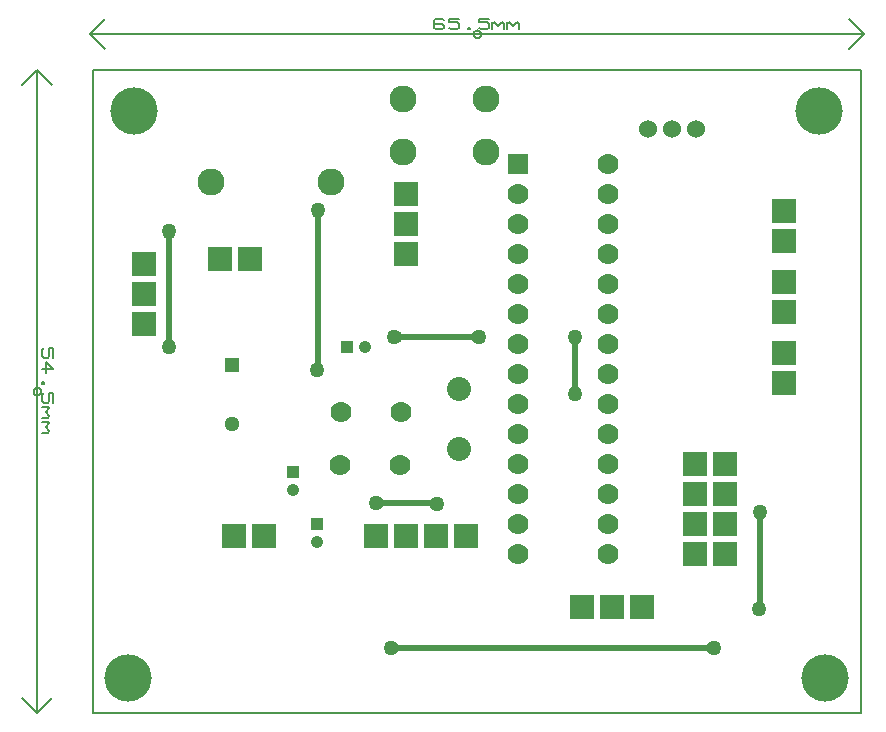
<source format=gbr>
G04 PROTEUS RS274X GERBER FILE*
%FSLAX45Y45*%
%MOMM*%
G01*
%ADD10C,0.508000*%
%ADD11C,1.270000*%
%ADD12R,2.032000X2.032000*%
%ADD13R,1.280000X1.280000*%
%ADD14C,0.254000*%
%ADD15C,1.280000*%
%ADD16R,1.050000X1.050000*%
%ADD17C,1.050000*%
%ADD18C,2.286000*%
%ADD19R,1.778000X1.778000*%
%ADD70C,1.778000*%
%ADD71C,2.032000*%
%ADD20C,1.524000*%
%ADD21C,4.000000*%
%ADD22C,0.203200*%
G36*
X+2467244Y+1828775D02*
X+2495819Y+1803575D01*
X+2518044Y+1828775D01*
X+2495819Y+1853975D01*
X+2467244Y+1828775D01*
G37*
G36*
X+2983438Y+1824678D02*
X+2956989Y+1852101D01*
X+2932804Y+1828775D01*
X+2952924Y+1801864D01*
X+2983438Y+1824678D01*
G37*
G36*
X+5715247Y+1758784D02*
X+5690047Y+1730209D01*
X+5715247Y+1707984D01*
X+5740447Y+1730209D01*
X+5715247Y+1758784D01*
G37*
G36*
X+5713416Y+932873D02*
X+5739630Y+960521D01*
X+5715247Y+983639D01*
X+5689262Y+962337D01*
X+5713416Y+932873D01*
G37*
G36*
X+4151154Y+2751649D02*
X+4176354Y+2780224D01*
X+4151154Y+2802449D01*
X+4125954Y+2780224D01*
X+4151154Y+2751649D01*
G37*
G36*
X+4149318Y+3238344D02*
X+4125167Y+3208877D01*
X+4151154Y+3187578D01*
X+4175535Y+3210699D01*
X+4149318Y+3238344D01*
G37*
G36*
X+3339895Y+3238553D02*
X+3311320Y+3263753D01*
X+3289095Y+3238553D01*
X+3311320Y+3213353D01*
X+3339895Y+3238553D01*
G37*
G36*
X+2622764Y+3238553D02*
X+2651339Y+3213353D01*
X+2673564Y+3238553D01*
X+2651339Y+3263753D01*
X+2622764Y+3238553D01*
G37*
G36*
X+1972338Y+4309630D02*
X+1947138Y+4281055D01*
X+1972338Y+4258830D01*
X+1997538Y+4281055D01*
X+1972338Y+4309630D01*
G37*
G36*
X+1968104Y+2954964D02*
X+1995598Y+2981339D01*
X+1972338Y+3005587D01*
X+1945373Y+2985539D01*
X+1968104Y+2954964D01*
G37*
G36*
X+2595513Y+605062D02*
X+2624088Y+579862D01*
X+2646313Y+605062D01*
X+2624088Y+630262D01*
X+2595513Y+605062D01*
G37*
G36*
X+5330246Y+605062D02*
X+5301671Y+630262D01*
X+5279446Y+605062D01*
X+5301671Y+579862D01*
X+5330246Y+605062D01*
G37*
G36*
X+716646Y+3149198D02*
X+741846Y+3177773D01*
X+716646Y+3199998D01*
X+691446Y+3177773D01*
X+716646Y+3149198D01*
G37*
G36*
X+716646Y+4131331D02*
X+691446Y+4102756D01*
X+716646Y+4080531D01*
X+741846Y+4102756D01*
X+716646Y+4131331D01*
G37*
D10*
X+2467244Y+1828775D02*
X+2979341Y+1828775D01*
X+2983438Y+1824678D01*
X+5715247Y+1758784D02*
X+5715247Y+934704D01*
X+5713416Y+932873D01*
X+4151154Y+2751649D02*
X+4151154Y+3236508D01*
X+4149318Y+3238344D01*
X+3339895Y+3238553D02*
X+2622764Y+3238553D01*
X+1972338Y+4309630D02*
X+1972338Y+2959198D01*
X+1968104Y+2954964D01*
X+2595513Y+605062D02*
X+5330246Y+605062D01*
X+716646Y+3149198D02*
X+716646Y+4131331D01*
X+2467244Y+1828775D02*
X+2495819Y+1803575D01*
X+2518044Y+1828775D01*
X+2495819Y+1853975D01*
X+2467244Y+1828775D01*
X+2983438Y+1824678D02*
X+2956989Y+1852101D01*
X+2932804Y+1828775D01*
X+2952924Y+1801864D01*
X+2983438Y+1824678D01*
X+5715247Y+1758784D02*
X+5690047Y+1730209D01*
X+5715247Y+1707984D01*
X+5740447Y+1730209D01*
X+5715247Y+1758784D01*
X+5713416Y+932873D02*
X+5739630Y+960521D01*
X+5715247Y+983639D01*
X+5689262Y+962337D01*
X+5713416Y+932873D01*
X+4151154Y+2751649D02*
X+4176354Y+2780224D01*
X+4151154Y+2802449D01*
X+4125954Y+2780224D01*
X+4151154Y+2751649D01*
X+4149318Y+3238344D02*
X+4125167Y+3208877D01*
X+4151154Y+3187578D01*
X+4175535Y+3210699D01*
X+4149318Y+3238344D01*
X+3339895Y+3238553D02*
X+3311320Y+3263753D01*
X+3289095Y+3238553D01*
X+3311320Y+3213353D01*
X+3339895Y+3238553D01*
X+2622764Y+3238553D02*
X+2651339Y+3213353D01*
X+2673564Y+3238553D01*
X+2651339Y+3263753D01*
X+2622764Y+3238553D01*
X+1972338Y+4309630D02*
X+1947138Y+4281055D01*
X+1972338Y+4258830D01*
X+1997538Y+4281055D01*
X+1972338Y+4309630D01*
X+1968104Y+2954964D02*
X+1995598Y+2981339D01*
X+1972338Y+3005587D01*
X+1945373Y+2985539D01*
X+1968104Y+2954964D01*
X+2595513Y+605062D02*
X+2624088Y+579862D01*
X+2646313Y+605062D01*
X+2624088Y+630262D01*
X+2595513Y+605062D01*
X+5330246Y+605062D02*
X+5301671Y+630262D01*
X+5279446Y+605062D01*
X+5301671Y+579862D01*
X+5330246Y+605062D01*
X+716646Y+3149198D02*
X+741846Y+3177773D01*
X+716646Y+3199998D01*
X+691446Y+3177773D01*
X+716646Y+3149198D01*
X+716646Y+4131331D02*
X+691446Y+4102756D01*
X+716646Y+4080531D01*
X+741846Y+4102756D01*
X+716646Y+4131331D01*
D11*
X+2467244Y+1828775D03*
X+2983438Y+1824678D03*
X+5715247Y+1758784D03*
X+5713416Y+932873D03*
X+4151154Y+2751649D03*
X+4149318Y+3238344D03*
X+3339895Y+3238553D03*
X+2622764Y+3238553D03*
X+1972338Y+4309630D03*
X+1968104Y+2954964D03*
X+2595513Y+605062D03*
X+5330246Y+605062D03*
X+716646Y+3149198D03*
X+716646Y+4131331D03*
D12*
X+500569Y+3346000D03*
X+500569Y+3600000D03*
X+500569Y+3854000D03*
D13*
X+1250569Y+3000000D03*
D14*
X+1250569Y+3000000D03*
D15*
X+1250569Y+2500000D03*
D16*
X+1765569Y+2095000D03*
D14*
X+1765569Y+2095000D03*
D17*
X+1765569Y+1945000D03*
D18*
X+2086569Y+4550000D03*
X+1070569Y+4550000D03*
D12*
X+1266569Y+1550000D03*
X+1520569Y+1550000D03*
X+1150569Y+3900000D03*
X+1404569Y+3900000D03*
D16*
X+2225569Y+3150000D03*
D14*
X+2225569Y+3150000D03*
D17*
X+2375569Y+3150000D03*
D16*
X+1970569Y+1650000D03*
D14*
X+1970569Y+1650000D03*
D17*
X+1970569Y+1500000D03*
D19*
X+3670569Y+4700000D03*
D70*
X+3670569Y+4446000D03*
X+3670569Y+4192000D03*
X+3670569Y+3938000D03*
X+3670569Y+3684000D03*
X+3670569Y+3430000D03*
X+3670569Y+3176000D03*
X+3670569Y+2922000D03*
X+3670569Y+2668000D03*
X+3670569Y+2414000D03*
X+3670569Y+2160000D03*
X+3670569Y+1906000D03*
X+3670569Y+1652000D03*
X+3670569Y+1398000D03*
X+4432569Y+1398000D03*
X+4432569Y+1652000D03*
X+4432569Y+1906000D03*
X+4432569Y+2160000D03*
X+4432569Y+2414000D03*
X+4432569Y+2668000D03*
X+4432569Y+2922000D03*
X+4432569Y+3176000D03*
X+4432569Y+3430000D03*
X+4432569Y+3684000D03*
X+4432569Y+3938000D03*
X+4432569Y+4192000D03*
X+4432569Y+4446000D03*
X+4432569Y+4698000D03*
D71*
X+3170569Y+2800000D03*
X+3170569Y+2292000D03*
D70*
X+2678569Y+2600000D03*
X+2170569Y+2600000D03*
X+2670569Y+2150000D03*
X+2162569Y+2150000D03*
D20*
X+4767369Y+5000000D03*
X+4970569Y+5000000D03*
X+5173769Y+5000000D03*
D12*
X+5920569Y+3100000D03*
X+5920569Y+2846000D03*
X+5920569Y+3700000D03*
X+5920569Y+3446000D03*
X+5920569Y+4300000D03*
X+5920569Y+4046000D03*
X+5420569Y+1400000D03*
X+5420569Y+1654000D03*
X+5420569Y+1908000D03*
X+5420569Y+2162000D03*
X+5166569Y+2162000D03*
X+5166569Y+1908000D03*
X+5166569Y+1654000D03*
X+5166569Y+1400000D03*
X+2720569Y+4450000D03*
X+2720569Y+4196000D03*
X+2720569Y+3942000D03*
X+3232569Y+1550000D03*
X+2978569Y+1550000D03*
X+2724569Y+1550000D03*
X+2470569Y+1550000D03*
X+4720569Y+950000D03*
X+4466569Y+950000D03*
X+4212569Y+950000D03*
D21*
X+420569Y+5150000D03*
X+6220569Y+5150000D03*
X+6270569Y+350000D03*
X+370569Y+350000D03*
D18*
X+2700000Y+5250000D03*
X+3400000Y+5250000D03*
X+2700000Y+4800000D03*
X+3400000Y+4800000D03*
D22*
X+70569Y+50000D02*
X+6570569Y+50000D01*
X+6570569Y+5500000D01*
X+70569Y+5500000D01*
X+70569Y+50000D01*
X+50000Y+5800000D02*
X+6600000Y+5800000D01*
X+50000Y+5800000D02*
X+177000Y+5673000D01*
X+50000Y+5800000D02*
X+177000Y+5927000D01*
X+6600000Y+5800000D02*
X+6473000Y+5927000D01*
X+6600000Y+5800000D02*
X+6473000Y+5673000D01*
X+3356750Y+5800000D02*
X+3356641Y+5802634D01*
X+3355751Y+5807903D01*
X+3353889Y+5813172D01*
X+3350846Y+5818441D01*
X+3346191Y+5823643D01*
X+3340922Y+5827469D01*
X+3335653Y+5829909D01*
X+3330384Y+5831290D01*
X+3325115Y+5831750D01*
X+3325000Y+5831750D01*
X+3293250Y+5800000D02*
X+3293359Y+5802634D01*
X+3294249Y+5807903D01*
X+3296111Y+5813172D01*
X+3299154Y+5818441D01*
X+3303809Y+5823643D01*
X+3309078Y+5827469D01*
X+3314347Y+5829909D01*
X+3319616Y+5831290D01*
X+3324885Y+5831750D01*
X+3325000Y+5831750D01*
X+3293250Y+5800000D02*
X+3293359Y+5797366D01*
X+3294249Y+5792097D01*
X+3296111Y+5786828D01*
X+3299154Y+5781559D01*
X+3303809Y+5776357D01*
X+3309078Y+5772531D01*
X+3314347Y+5770091D01*
X+3319616Y+5768710D01*
X+3324885Y+5768250D01*
X+3325000Y+5768250D01*
X+3356750Y+5800000D02*
X+3356641Y+5797366D01*
X+3355751Y+5792097D01*
X+3353889Y+5786828D01*
X+3350846Y+5781559D01*
X+3346191Y+5776357D01*
X+3340922Y+5772531D01*
X+3335653Y+5770091D01*
X+3330384Y+5768710D01*
X+3325115Y+5768250D01*
X+3325000Y+5768250D01*
X+3039250Y+5916840D02*
X+3023375Y+5932080D01*
X+2975750Y+5932080D01*
X+2959875Y+5916840D01*
X+2959875Y+5855880D01*
X+2975750Y+5840640D01*
X+3023375Y+5840640D01*
X+3039250Y+5855880D01*
X+3039250Y+5871120D01*
X+3023375Y+5886360D01*
X+2959875Y+5886360D01*
X+3166250Y+5932080D02*
X+3086875Y+5932080D01*
X+3086875Y+5901600D01*
X+3150375Y+5901600D01*
X+3166250Y+5886360D01*
X+3166250Y+5855880D01*
X+3150375Y+5840640D01*
X+3102750Y+5840640D01*
X+3086875Y+5855880D01*
X+3245625Y+5855880D02*
X+3261500Y+5855880D01*
X+3261500Y+5840640D01*
X+3245625Y+5840640D01*
X+3245625Y+5855880D01*
X+3420250Y+5932080D02*
X+3340875Y+5932080D01*
X+3340875Y+5901600D01*
X+3404375Y+5901600D01*
X+3420250Y+5886360D01*
X+3420250Y+5855880D01*
X+3404375Y+5840640D01*
X+3356750Y+5840640D01*
X+3340875Y+5855880D01*
X+3452000Y+5840640D02*
X+3452000Y+5901600D01*
X+3452000Y+5886360D02*
X+3467875Y+5901600D01*
X+3499625Y+5871120D01*
X+3531375Y+5901600D01*
X+3547250Y+5886360D01*
X+3547250Y+5840640D01*
X+3579000Y+5840640D02*
X+3579000Y+5901600D01*
X+3579000Y+5886360D02*
X+3594875Y+5901600D01*
X+3626625Y+5871120D01*
X+3658375Y+5901600D01*
X+3674250Y+5886360D01*
X+3674250Y+5840640D01*
X-400000Y+5500000D02*
X-400000Y+50000D01*
X-400000Y+5500000D02*
X-527000Y+5373000D01*
X-400000Y+5500000D02*
X-273000Y+5373000D01*
X-400000Y+50000D02*
X-273000Y+177000D01*
X-400000Y+50000D02*
X-527000Y+177000D01*
X-368250Y+2775000D02*
X-368359Y+2777634D01*
X-369249Y+2782903D01*
X-371111Y+2788172D01*
X-374154Y+2793441D01*
X-378809Y+2798643D01*
X-384078Y+2802469D01*
X-389347Y+2804909D01*
X-394616Y+2806290D01*
X-399885Y+2806750D01*
X-400000Y+2806750D01*
X-431750Y+2775000D02*
X-431641Y+2777634D01*
X-430751Y+2782903D01*
X-428889Y+2788172D01*
X-425846Y+2793441D01*
X-421191Y+2798643D01*
X-415922Y+2802469D01*
X-410653Y+2804909D01*
X-405384Y+2806290D01*
X-400115Y+2806750D01*
X-400000Y+2806750D01*
X-431750Y+2775000D02*
X-431641Y+2772366D01*
X-430751Y+2767097D01*
X-428889Y+2761828D01*
X-425846Y+2756559D01*
X-421191Y+2751357D01*
X-415922Y+2747531D01*
X-410653Y+2745091D01*
X-405384Y+2743710D01*
X-400115Y+2743250D01*
X-400000Y+2743250D01*
X-368250Y+2775000D02*
X-368359Y+2772366D01*
X-369249Y+2767097D01*
X-371111Y+2761828D01*
X-374154Y+2756559D01*
X-378809Y+2751357D01*
X-384078Y+2747531D01*
X-389347Y+2745091D01*
X-394616Y+2743710D01*
X-399885Y+2743250D01*
X-400000Y+2743250D01*
X-267920Y+3060750D02*
X-267920Y+3140125D01*
X-298400Y+3140125D01*
X-298400Y+3076625D01*
X-313640Y+3060750D01*
X-344120Y+3060750D01*
X-359360Y+3076625D01*
X-359360Y+3124250D01*
X-344120Y+3140125D01*
X-328880Y+2933750D02*
X-328880Y+3029000D01*
X-267920Y+2965500D01*
X-359360Y+2965500D01*
X-344120Y+2854375D02*
X-344120Y+2838500D01*
X-359360Y+2838500D01*
X-359360Y+2854375D01*
X-344120Y+2854375D01*
X-267920Y+2679750D02*
X-267920Y+2759125D01*
X-298400Y+2759125D01*
X-298400Y+2695625D01*
X-313640Y+2679750D01*
X-344120Y+2679750D01*
X-359360Y+2695625D01*
X-359360Y+2743250D01*
X-344120Y+2759125D01*
X-359360Y+2648000D02*
X-298400Y+2648000D01*
X-313640Y+2648000D02*
X-298400Y+2632125D01*
X-328880Y+2600375D01*
X-298400Y+2568625D01*
X-313640Y+2552750D01*
X-359360Y+2552750D01*
X-359360Y+2521000D02*
X-298400Y+2521000D01*
X-313640Y+2521000D02*
X-298400Y+2505125D01*
X-328880Y+2473375D01*
X-298400Y+2441625D01*
X-313640Y+2425750D01*
X-359360Y+2425750D01*
M02*

</source>
